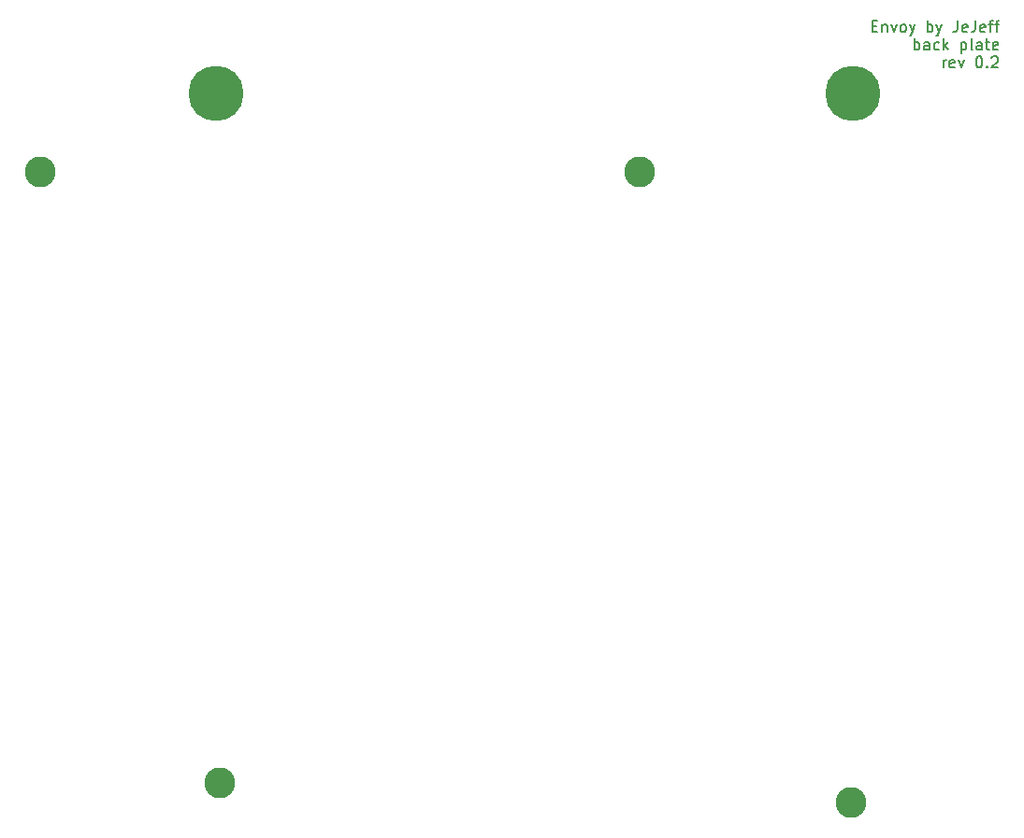
<source format=gts>
%TF.GenerationSoftware,KiCad,Pcbnew,(5.99.0-12610-g07e01e6297)*%
%TF.CreationDate,2021-11-07T17:03:59+00:00*%
%TF.ProjectId,Envoy-Backplate,456e766f-792d-4426-9163-6b706c617465,rev?*%
%TF.SameCoordinates,Original*%
%TF.FileFunction,Soldermask,Top*%
%TF.FilePolarity,Negative*%
%FSLAX46Y46*%
G04 Gerber Fmt 4.6, Leading zero omitted, Abs format (unit mm)*
G04 Created by KiCad (PCBNEW (5.99.0-12610-g07e01e6297)) date 2021-11-07 17:03:59*
%MOMM*%
%LPD*%
G01*
G04 APERTURE LIST*
%ADD10C,0.150000*%
%ADD11C,2.800000*%
%ADD12C,5.000000*%
G04 APERTURE END LIST*
D10*
X178231071Y-55868571D02*
X178564404Y-55868571D01*
X178707261Y-56392380D02*
X178231071Y-56392380D01*
X178231071Y-55392380D01*
X178707261Y-55392380D01*
X179135833Y-55725714D02*
X179135833Y-56392380D01*
X179135833Y-55820952D02*
X179183452Y-55773333D01*
X179278690Y-55725714D01*
X179421547Y-55725714D01*
X179516785Y-55773333D01*
X179564404Y-55868571D01*
X179564404Y-56392380D01*
X179945357Y-55725714D02*
X180183452Y-56392380D01*
X180421547Y-55725714D01*
X180945357Y-56392380D02*
X180850119Y-56344761D01*
X180802500Y-56297142D01*
X180754880Y-56201904D01*
X180754880Y-55916190D01*
X180802500Y-55820952D01*
X180850119Y-55773333D01*
X180945357Y-55725714D01*
X181088214Y-55725714D01*
X181183452Y-55773333D01*
X181231071Y-55820952D01*
X181278690Y-55916190D01*
X181278690Y-56201904D01*
X181231071Y-56297142D01*
X181183452Y-56344761D01*
X181088214Y-56392380D01*
X180945357Y-56392380D01*
X181612023Y-55725714D02*
X181850119Y-56392380D01*
X182088214Y-55725714D02*
X181850119Y-56392380D01*
X181754880Y-56630476D01*
X181707261Y-56678095D01*
X181612023Y-56725714D01*
X183231071Y-56392380D02*
X183231071Y-55392380D01*
X183231071Y-55773333D02*
X183326309Y-55725714D01*
X183516785Y-55725714D01*
X183612023Y-55773333D01*
X183659642Y-55820952D01*
X183707261Y-55916190D01*
X183707261Y-56201904D01*
X183659642Y-56297142D01*
X183612023Y-56344761D01*
X183516785Y-56392380D01*
X183326309Y-56392380D01*
X183231071Y-56344761D01*
X184040595Y-55725714D02*
X184278690Y-56392380D01*
X184516785Y-55725714D02*
X184278690Y-56392380D01*
X184183452Y-56630476D01*
X184135833Y-56678095D01*
X184040595Y-56725714D01*
X185945357Y-55392380D02*
X185945357Y-56106666D01*
X185897738Y-56249523D01*
X185802500Y-56344761D01*
X185659642Y-56392380D01*
X185564404Y-56392380D01*
X186802500Y-56344761D02*
X186707261Y-56392380D01*
X186516785Y-56392380D01*
X186421547Y-56344761D01*
X186373928Y-56249523D01*
X186373928Y-55868571D01*
X186421547Y-55773333D01*
X186516785Y-55725714D01*
X186707261Y-55725714D01*
X186802500Y-55773333D01*
X186850119Y-55868571D01*
X186850119Y-55963809D01*
X186373928Y-56059047D01*
X187564404Y-55392380D02*
X187564404Y-56106666D01*
X187516785Y-56249523D01*
X187421547Y-56344761D01*
X187278690Y-56392380D01*
X187183452Y-56392380D01*
X188421547Y-56344761D02*
X188326309Y-56392380D01*
X188135833Y-56392380D01*
X188040595Y-56344761D01*
X187992976Y-56249523D01*
X187992976Y-55868571D01*
X188040595Y-55773333D01*
X188135833Y-55725714D01*
X188326309Y-55725714D01*
X188421547Y-55773333D01*
X188469166Y-55868571D01*
X188469166Y-55963809D01*
X187992976Y-56059047D01*
X188754880Y-55725714D02*
X189135833Y-55725714D01*
X188897738Y-56392380D02*
X188897738Y-55535238D01*
X188945357Y-55440000D01*
X189040595Y-55392380D01*
X189135833Y-55392380D01*
X189326309Y-55725714D02*
X189707261Y-55725714D01*
X189469166Y-56392380D02*
X189469166Y-55535238D01*
X189516785Y-55440000D01*
X189612023Y-55392380D01*
X189707261Y-55392380D01*
X182040595Y-58002380D02*
X182040595Y-57002380D01*
X182040595Y-57383333D02*
X182135833Y-57335714D01*
X182326309Y-57335714D01*
X182421547Y-57383333D01*
X182469166Y-57430952D01*
X182516785Y-57526190D01*
X182516785Y-57811904D01*
X182469166Y-57907142D01*
X182421547Y-57954761D01*
X182326309Y-58002380D01*
X182135833Y-58002380D01*
X182040595Y-57954761D01*
X183373928Y-58002380D02*
X183373928Y-57478571D01*
X183326309Y-57383333D01*
X183231071Y-57335714D01*
X183040595Y-57335714D01*
X182945357Y-57383333D01*
X183373928Y-57954761D02*
X183278690Y-58002380D01*
X183040595Y-58002380D01*
X182945357Y-57954761D01*
X182897738Y-57859523D01*
X182897738Y-57764285D01*
X182945357Y-57669047D01*
X183040595Y-57621428D01*
X183278690Y-57621428D01*
X183373928Y-57573809D01*
X184278690Y-57954761D02*
X184183452Y-58002380D01*
X183992976Y-58002380D01*
X183897738Y-57954761D01*
X183850119Y-57907142D01*
X183802500Y-57811904D01*
X183802500Y-57526190D01*
X183850119Y-57430952D01*
X183897738Y-57383333D01*
X183992976Y-57335714D01*
X184183452Y-57335714D01*
X184278690Y-57383333D01*
X184707261Y-58002380D02*
X184707261Y-57002380D01*
X184802500Y-57621428D02*
X185088214Y-58002380D01*
X185088214Y-57335714D02*
X184707261Y-57716666D01*
X186278690Y-57335714D02*
X186278690Y-58335714D01*
X186278690Y-57383333D02*
X186373928Y-57335714D01*
X186564404Y-57335714D01*
X186659642Y-57383333D01*
X186707261Y-57430952D01*
X186754880Y-57526190D01*
X186754880Y-57811904D01*
X186707261Y-57907142D01*
X186659642Y-57954761D01*
X186564404Y-58002380D01*
X186373928Y-58002380D01*
X186278690Y-57954761D01*
X187326309Y-58002380D02*
X187231071Y-57954761D01*
X187183452Y-57859523D01*
X187183452Y-57002380D01*
X188135833Y-58002380D02*
X188135833Y-57478571D01*
X188088214Y-57383333D01*
X187992976Y-57335714D01*
X187802500Y-57335714D01*
X187707261Y-57383333D01*
X188135833Y-57954761D02*
X188040595Y-58002380D01*
X187802500Y-58002380D01*
X187707261Y-57954761D01*
X187659642Y-57859523D01*
X187659642Y-57764285D01*
X187707261Y-57669047D01*
X187802500Y-57621428D01*
X188040595Y-57621428D01*
X188135833Y-57573809D01*
X188469166Y-57335714D02*
X188850119Y-57335714D01*
X188612023Y-57002380D02*
X188612023Y-57859523D01*
X188659642Y-57954761D01*
X188754880Y-58002380D01*
X188850119Y-58002380D01*
X189564404Y-57954761D02*
X189469166Y-58002380D01*
X189278690Y-58002380D01*
X189183452Y-57954761D01*
X189135833Y-57859523D01*
X189135833Y-57478571D01*
X189183452Y-57383333D01*
X189278690Y-57335714D01*
X189469166Y-57335714D01*
X189564404Y-57383333D01*
X189612023Y-57478571D01*
X189612023Y-57573809D01*
X189135833Y-57669047D01*
X184659642Y-59612380D02*
X184659642Y-58945714D01*
X184659642Y-59136190D02*
X184707261Y-59040952D01*
X184754880Y-58993333D01*
X184850119Y-58945714D01*
X184945357Y-58945714D01*
X185659642Y-59564761D02*
X185564404Y-59612380D01*
X185373928Y-59612380D01*
X185278690Y-59564761D01*
X185231071Y-59469523D01*
X185231071Y-59088571D01*
X185278690Y-58993333D01*
X185373928Y-58945714D01*
X185564404Y-58945714D01*
X185659642Y-58993333D01*
X185707261Y-59088571D01*
X185707261Y-59183809D01*
X185231071Y-59279047D01*
X186040595Y-58945714D02*
X186278690Y-59612380D01*
X186516785Y-58945714D01*
X187850119Y-58612380D02*
X187945357Y-58612380D01*
X188040595Y-58660000D01*
X188088214Y-58707619D01*
X188135833Y-58802857D01*
X188183452Y-58993333D01*
X188183452Y-59231428D01*
X188135833Y-59421904D01*
X188088214Y-59517142D01*
X188040595Y-59564761D01*
X187945357Y-59612380D01*
X187850119Y-59612380D01*
X187754880Y-59564761D01*
X187707261Y-59517142D01*
X187659642Y-59421904D01*
X187612023Y-59231428D01*
X187612023Y-58993333D01*
X187659642Y-58802857D01*
X187707261Y-58707619D01*
X187754880Y-58660000D01*
X187850119Y-58612380D01*
X188612023Y-59517142D02*
X188659642Y-59564761D01*
X188612023Y-59612380D01*
X188564404Y-59564761D01*
X188612023Y-59517142D01*
X188612023Y-59612380D01*
X189040595Y-58707619D02*
X189088214Y-58660000D01*
X189183452Y-58612380D01*
X189421547Y-58612380D01*
X189516785Y-58660000D01*
X189564404Y-58707619D01*
X189612023Y-58802857D01*
X189612023Y-58898095D01*
X189564404Y-59040952D01*
X188992976Y-59612380D01*
X189612023Y-59612380D01*
D11*
%TO.C,H4*%
X176275500Y-126231750D03*
%TD*%
%TO.C,H1*%
X102863000Y-69081750D03*
%TD*%
%TO.C,H3*%
X119135500Y-124461750D03*
%TD*%
%TO.C,H2*%
X157162000Y-69081750D03*
%TD*%
D12*
%TO.C,H5*%
X118774000Y-62000000D03*
%TD*%
%TO.C,H6*%
X176500000Y-62000000D03*
%TD*%
M02*

</source>
